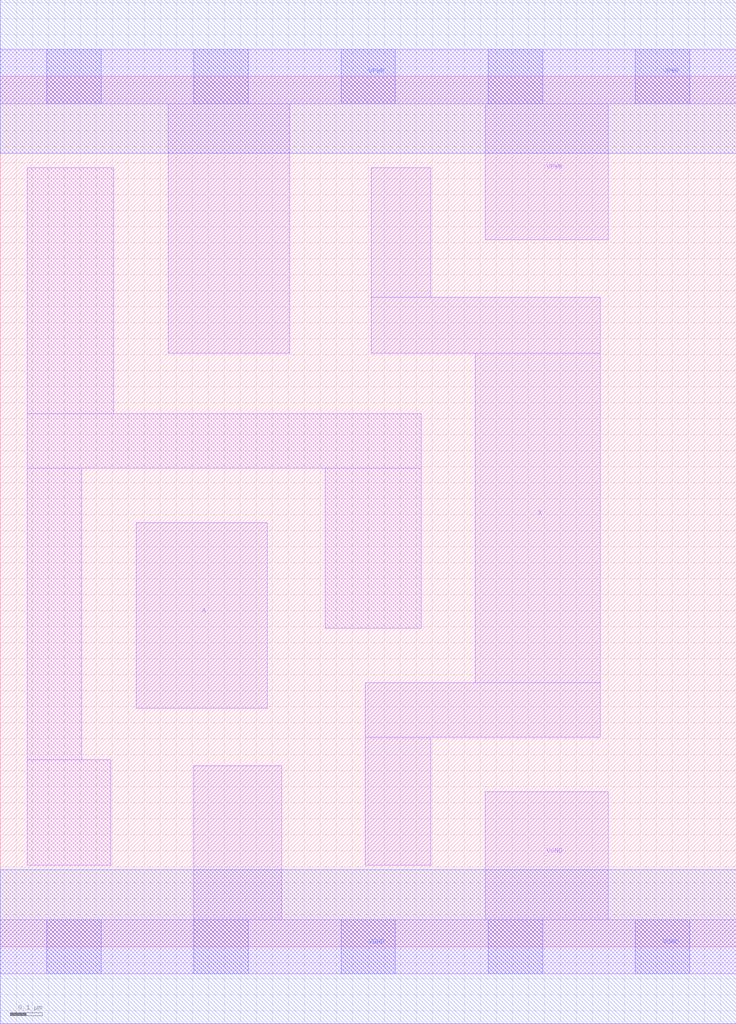
<source format=lef>
# Copyright 2020 The SkyWater PDK Authors
#
# Licensed under the Apache License, Version 2.0 (the "License");
# you may not use this file except in compliance with the License.
# You may obtain a copy of the License at
#
#     https://www.apache.org/licenses/LICENSE-2.0
#
# Unless required by applicable law or agreed to in writing, software
# distributed under the License is distributed on an "AS IS" BASIS,
# WITHOUT WARRANTIES OR CONDITIONS OF ANY KIND, either express or implied.
# See the License for the specific language governing permissions and
# limitations under the License.
#
# SPDX-License-Identifier: Apache-2.0

VERSION 5.7 ;
  NAMESCASESENSITIVE ON ;
  NOWIREEXTENSIONATPIN ON ;
  DIVIDERCHAR "/" ;
  BUSBITCHARS "[]" ;
UNITS
  DATABASE MICRONS 200 ;
END UNITS
PROPERTYDEFINITIONS
  MACRO maskLayoutSubType STRING ;
  MACRO prCellType STRING ;
  MACRO originalViewName STRING ;
END PROPERTYDEFINITIONS
MACRO sky130_fd_sc_hdll__clkbuf_2
  CLASS CORE ;
  FOREIGN sky130_fd_sc_hdll__clkbuf_2 ;
  ORIGIN  0.000000  0.000000 ;
  SIZE  2.300000 BY  2.720000 ;
  SYMMETRY X Y R90 ;
  SITE unithd ;
  PIN A
    ANTENNAGATEAREA  0.243000 ;
    DIRECTION INPUT ;
    USE SIGNAL ;
    PORT
      LAYER li1 ;
        RECT 0.425000 0.745000 0.835000 1.325000 ;
    END
  END A
  PIN X
    ANTENNADIFFAREA  0.445400 ;
    DIRECTION OUTPUT ;
    USE SIGNAL ;
    PORT
      LAYER li1 ;
        RECT 1.140000 0.255000 1.345000 0.655000 ;
        RECT 1.140000 0.655000 1.875000 0.825000 ;
        RECT 1.160000 1.855000 1.875000 2.030000 ;
        RECT 1.160000 2.030000 1.345000 2.435000 ;
        RECT 1.485000 0.825000 1.875000 1.855000 ;
    END
  END X
  PIN VGND
    DIRECTION INOUT ;
    USE GROUND ;
    PORT
      LAYER li1 ;
        RECT 0.000000 -0.085000 2.300000 0.085000 ;
        RECT 0.605000  0.085000 0.880000 0.565000 ;
        RECT 1.515000  0.085000 1.900000 0.485000 ;
      LAYER mcon ;
        RECT 0.145000 -0.085000 0.315000 0.085000 ;
        RECT 0.605000 -0.085000 0.775000 0.085000 ;
        RECT 1.065000 -0.085000 1.235000 0.085000 ;
        RECT 1.525000 -0.085000 1.695000 0.085000 ;
        RECT 1.985000 -0.085000 2.155000 0.085000 ;
      LAYER met1 ;
        RECT 0.000000 -0.240000 2.300000 0.240000 ;
    END
  END VGND
  PIN VPWR
    DIRECTION INOUT ;
    USE POWER ;
    PORT
      LAYER li1 ;
        RECT 0.000000 2.635000 2.300000 2.805000 ;
        RECT 0.525000 1.855000 0.905000 2.635000 ;
        RECT 1.515000 2.210000 1.900000 2.635000 ;
      LAYER mcon ;
        RECT 0.145000 2.635000 0.315000 2.805000 ;
        RECT 0.605000 2.635000 0.775000 2.805000 ;
        RECT 1.065000 2.635000 1.235000 2.805000 ;
        RECT 1.525000 2.635000 1.695000 2.805000 ;
        RECT 1.985000 2.635000 2.155000 2.805000 ;
      LAYER met1 ;
        RECT 0.000000 2.480000 2.300000 2.960000 ;
    END
  END VPWR
  OBS
    LAYER li1 ;
      RECT 0.085000 0.255000 0.345000 0.585000 ;
      RECT 0.085000 0.585000 0.255000 1.495000 ;
      RECT 0.085000 1.495000 1.315000 1.665000 ;
      RECT 0.085000 1.665000 0.355000 2.435000 ;
      RECT 1.015000 0.995000 1.315000 1.495000 ;
  END
  PROPERTY maskLayoutSubType "abstract" ;
  PROPERTY prCellType "standard" ;
  PROPERTY originalViewName "layout" ;
END sky130_fd_sc_hdll__clkbuf_2

</source>
